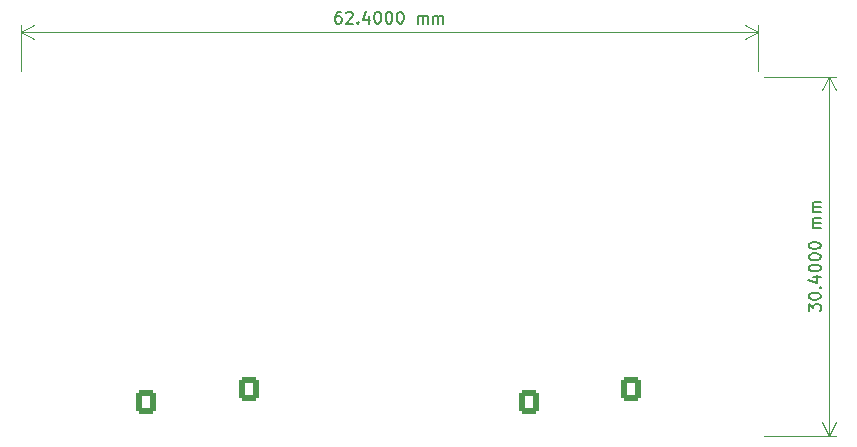
<source format=gbo>
%TF.GenerationSoftware,KiCad,Pcbnew,8.0.1*%
%TF.CreationDate,2024-04-28T18:39:05+02:00*%
%TF.ProjectId,ScaleModule,5363616c-654d-46f6-9475-6c652e6b6963,v0.1*%
%TF.SameCoordinates,Original*%
%TF.FileFunction,Legend,Bot*%
%TF.FilePolarity,Positive*%
%FSLAX46Y46*%
G04 Gerber Fmt 4.6, Leading zero omitted, Abs format (unit mm)*
G04 Created by KiCad (PCBNEW 8.0.1) date 2024-04-28 18:39:05*
%MOMM*%
%LPD*%
G01*
G04 APERTURE LIST*
G04 Aperture macros list*
%AMRoundRect*
0 Rectangle with rounded corners*
0 $1 Rounding radius*
0 $2 $3 $4 $5 $6 $7 $8 $9 X,Y pos of 4 corners*
0 Add a 4 corners polygon primitive as box body*
4,1,4,$2,$3,$4,$5,$6,$7,$8,$9,$2,$3,0*
0 Add four circle primitives for the rounded corners*
1,1,$1+$1,$2,$3*
1,1,$1+$1,$4,$5*
1,1,$1+$1,$6,$7*
1,1,$1+$1,$8,$9*
0 Add four rect primitives between the rounded corners*
20,1,$1+$1,$2,$3,$4,$5,0*
20,1,$1+$1,$4,$5,$6,$7,0*
20,1,$1+$1,$6,$7,$8,$9,0*
20,1,$1+$1,$8,$9,$2,$3,0*%
G04 Aperture macros list end*
%ADD10C,0.150000*%
%ADD11C,0.100000*%
%ADD12RoundRect,0.250000X-0.600000X-0.725000X0.600000X-0.725000X0.600000X0.725000X-0.600000X0.725000X0*%
%ADD13O,1.700000X1.950000*%
%ADD14RoundRect,0.250000X0.600000X0.725000X-0.600000X0.725000X-0.600000X-0.725000X0.600000X-0.725000X0*%
%ADD15C,3.200000*%
%ADD16C,2.083600*%
G04 APERTURE END LIST*
D10*
X175904819Y-108686665D02*
X175904819Y-108067618D01*
X175904819Y-108067618D02*
X176285771Y-108400951D01*
X176285771Y-108400951D02*
X176285771Y-108258094D01*
X176285771Y-108258094D02*
X176333390Y-108162856D01*
X176333390Y-108162856D02*
X176381009Y-108115237D01*
X176381009Y-108115237D02*
X176476247Y-108067618D01*
X176476247Y-108067618D02*
X176714342Y-108067618D01*
X176714342Y-108067618D02*
X176809580Y-108115237D01*
X176809580Y-108115237D02*
X176857200Y-108162856D01*
X176857200Y-108162856D02*
X176904819Y-108258094D01*
X176904819Y-108258094D02*
X176904819Y-108543808D01*
X176904819Y-108543808D02*
X176857200Y-108639046D01*
X176857200Y-108639046D02*
X176809580Y-108686665D01*
X175904819Y-107448570D02*
X175904819Y-107353332D01*
X175904819Y-107353332D02*
X175952438Y-107258094D01*
X175952438Y-107258094D02*
X176000057Y-107210475D01*
X176000057Y-107210475D02*
X176095295Y-107162856D01*
X176095295Y-107162856D02*
X176285771Y-107115237D01*
X176285771Y-107115237D02*
X176523866Y-107115237D01*
X176523866Y-107115237D02*
X176714342Y-107162856D01*
X176714342Y-107162856D02*
X176809580Y-107210475D01*
X176809580Y-107210475D02*
X176857200Y-107258094D01*
X176857200Y-107258094D02*
X176904819Y-107353332D01*
X176904819Y-107353332D02*
X176904819Y-107448570D01*
X176904819Y-107448570D02*
X176857200Y-107543808D01*
X176857200Y-107543808D02*
X176809580Y-107591427D01*
X176809580Y-107591427D02*
X176714342Y-107639046D01*
X176714342Y-107639046D02*
X176523866Y-107686665D01*
X176523866Y-107686665D02*
X176285771Y-107686665D01*
X176285771Y-107686665D02*
X176095295Y-107639046D01*
X176095295Y-107639046D02*
X176000057Y-107591427D01*
X176000057Y-107591427D02*
X175952438Y-107543808D01*
X175952438Y-107543808D02*
X175904819Y-107448570D01*
X176809580Y-106686665D02*
X176857200Y-106639046D01*
X176857200Y-106639046D02*
X176904819Y-106686665D01*
X176904819Y-106686665D02*
X176857200Y-106734284D01*
X176857200Y-106734284D02*
X176809580Y-106686665D01*
X176809580Y-106686665D02*
X176904819Y-106686665D01*
X176238152Y-105781904D02*
X176904819Y-105781904D01*
X175857200Y-106019999D02*
X176571485Y-106258094D01*
X176571485Y-106258094D02*
X176571485Y-105639047D01*
X175904819Y-105067618D02*
X175904819Y-104972380D01*
X175904819Y-104972380D02*
X175952438Y-104877142D01*
X175952438Y-104877142D02*
X176000057Y-104829523D01*
X176000057Y-104829523D02*
X176095295Y-104781904D01*
X176095295Y-104781904D02*
X176285771Y-104734285D01*
X176285771Y-104734285D02*
X176523866Y-104734285D01*
X176523866Y-104734285D02*
X176714342Y-104781904D01*
X176714342Y-104781904D02*
X176809580Y-104829523D01*
X176809580Y-104829523D02*
X176857200Y-104877142D01*
X176857200Y-104877142D02*
X176904819Y-104972380D01*
X176904819Y-104972380D02*
X176904819Y-105067618D01*
X176904819Y-105067618D02*
X176857200Y-105162856D01*
X176857200Y-105162856D02*
X176809580Y-105210475D01*
X176809580Y-105210475D02*
X176714342Y-105258094D01*
X176714342Y-105258094D02*
X176523866Y-105305713D01*
X176523866Y-105305713D02*
X176285771Y-105305713D01*
X176285771Y-105305713D02*
X176095295Y-105258094D01*
X176095295Y-105258094D02*
X176000057Y-105210475D01*
X176000057Y-105210475D02*
X175952438Y-105162856D01*
X175952438Y-105162856D02*
X175904819Y-105067618D01*
X175904819Y-104115237D02*
X175904819Y-104019999D01*
X175904819Y-104019999D02*
X175952438Y-103924761D01*
X175952438Y-103924761D02*
X176000057Y-103877142D01*
X176000057Y-103877142D02*
X176095295Y-103829523D01*
X176095295Y-103829523D02*
X176285771Y-103781904D01*
X176285771Y-103781904D02*
X176523866Y-103781904D01*
X176523866Y-103781904D02*
X176714342Y-103829523D01*
X176714342Y-103829523D02*
X176809580Y-103877142D01*
X176809580Y-103877142D02*
X176857200Y-103924761D01*
X176857200Y-103924761D02*
X176904819Y-104019999D01*
X176904819Y-104019999D02*
X176904819Y-104115237D01*
X176904819Y-104115237D02*
X176857200Y-104210475D01*
X176857200Y-104210475D02*
X176809580Y-104258094D01*
X176809580Y-104258094D02*
X176714342Y-104305713D01*
X176714342Y-104305713D02*
X176523866Y-104353332D01*
X176523866Y-104353332D02*
X176285771Y-104353332D01*
X176285771Y-104353332D02*
X176095295Y-104305713D01*
X176095295Y-104305713D02*
X176000057Y-104258094D01*
X176000057Y-104258094D02*
X175952438Y-104210475D01*
X175952438Y-104210475D02*
X175904819Y-104115237D01*
X175904819Y-103162856D02*
X175904819Y-103067618D01*
X175904819Y-103067618D02*
X175952438Y-102972380D01*
X175952438Y-102972380D02*
X176000057Y-102924761D01*
X176000057Y-102924761D02*
X176095295Y-102877142D01*
X176095295Y-102877142D02*
X176285771Y-102829523D01*
X176285771Y-102829523D02*
X176523866Y-102829523D01*
X176523866Y-102829523D02*
X176714342Y-102877142D01*
X176714342Y-102877142D02*
X176809580Y-102924761D01*
X176809580Y-102924761D02*
X176857200Y-102972380D01*
X176857200Y-102972380D02*
X176904819Y-103067618D01*
X176904819Y-103067618D02*
X176904819Y-103162856D01*
X176904819Y-103162856D02*
X176857200Y-103258094D01*
X176857200Y-103258094D02*
X176809580Y-103305713D01*
X176809580Y-103305713D02*
X176714342Y-103353332D01*
X176714342Y-103353332D02*
X176523866Y-103400951D01*
X176523866Y-103400951D02*
X176285771Y-103400951D01*
X176285771Y-103400951D02*
X176095295Y-103353332D01*
X176095295Y-103353332D02*
X176000057Y-103305713D01*
X176000057Y-103305713D02*
X175952438Y-103258094D01*
X175952438Y-103258094D02*
X175904819Y-103162856D01*
X176904819Y-101639046D02*
X176238152Y-101639046D01*
X176333390Y-101639046D02*
X176285771Y-101591427D01*
X176285771Y-101591427D02*
X176238152Y-101496189D01*
X176238152Y-101496189D02*
X176238152Y-101353332D01*
X176238152Y-101353332D02*
X176285771Y-101258094D01*
X176285771Y-101258094D02*
X176381009Y-101210475D01*
X176381009Y-101210475D02*
X176904819Y-101210475D01*
X176381009Y-101210475D02*
X176285771Y-101162856D01*
X176285771Y-101162856D02*
X176238152Y-101067618D01*
X176238152Y-101067618D02*
X176238152Y-100924761D01*
X176238152Y-100924761D02*
X176285771Y-100829522D01*
X176285771Y-100829522D02*
X176381009Y-100781903D01*
X176381009Y-100781903D02*
X176904819Y-100781903D01*
X176904819Y-100305713D02*
X176238152Y-100305713D01*
X176333390Y-100305713D02*
X176285771Y-100258094D01*
X176285771Y-100258094D02*
X176238152Y-100162856D01*
X176238152Y-100162856D02*
X176238152Y-100019999D01*
X176238152Y-100019999D02*
X176285771Y-99924761D01*
X176285771Y-99924761D02*
X176381009Y-99877142D01*
X176381009Y-99877142D02*
X176904819Y-99877142D01*
X176381009Y-99877142D02*
X176285771Y-99829523D01*
X176285771Y-99829523D02*
X176238152Y-99734285D01*
X176238152Y-99734285D02*
X176238152Y-99591428D01*
X176238152Y-99591428D02*
X176285771Y-99496189D01*
X176285771Y-99496189D02*
X176381009Y-99448570D01*
X176381009Y-99448570D02*
X176904819Y-99448570D01*
D11*
X172100000Y-88820000D02*
X178186420Y-88820000D01*
X172100000Y-119220000D02*
X178186420Y-119220000D01*
X177600000Y-88820000D02*
X177600000Y-119220000D01*
X177600000Y-88820000D02*
X177600000Y-119220000D01*
X177600000Y-88820000D02*
X178186421Y-89946504D01*
X177600000Y-88820000D02*
X177013579Y-89946504D01*
X177600000Y-119220000D02*
X177013579Y-118093496D01*
X177600000Y-119220000D02*
X178186421Y-118093496D01*
D10*
X136257143Y-83324820D02*
X136066667Y-83324820D01*
X136066667Y-83324820D02*
X135971429Y-83372439D01*
X135971429Y-83372439D02*
X135923810Y-83420058D01*
X135923810Y-83420058D02*
X135828572Y-83562915D01*
X135828572Y-83562915D02*
X135780953Y-83753391D01*
X135780953Y-83753391D02*
X135780953Y-84134343D01*
X135780953Y-84134343D02*
X135828572Y-84229581D01*
X135828572Y-84229581D02*
X135876191Y-84277201D01*
X135876191Y-84277201D02*
X135971429Y-84324820D01*
X135971429Y-84324820D02*
X136161905Y-84324820D01*
X136161905Y-84324820D02*
X136257143Y-84277201D01*
X136257143Y-84277201D02*
X136304762Y-84229581D01*
X136304762Y-84229581D02*
X136352381Y-84134343D01*
X136352381Y-84134343D02*
X136352381Y-83896248D01*
X136352381Y-83896248D02*
X136304762Y-83801010D01*
X136304762Y-83801010D02*
X136257143Y-83753391D01*
X136257143Y-83753391D02*
X136161905Y-83705772D01*
X136161905Y-83705772D02*
X135971429Y-83705772D01*
X135971429Y-83705772D02*
X135876191Y-83753391D01*
X135876191Y-83753391D02*
X135828572Y-83801010D01*
X135828572Y-83801010D02*
X135780953Y-83896248D01*
X136733334Y-83420058D02*
X136780953Y-83372439D01*
X136780953Y-83372439D02*
X136876191Y-83324820D01*
X136876191Y-83324820D02*
X137114286Y-83324820D01*
X137114286Y-83324820D02*
X137209524Y-83372439D01*
X137209524Y-83372439D02*
X137257143Y-83420058D01*
X137257143Y-83420058D02*
X137304762Y-83515296D01*
X137304762Y-83515296D02*
X137304762Y-83610534D01*
X137304762Y-83610534D02*
X137257143Y-83753391D01*
X137257143Y-83753391D02*
X136685715Y-84324820D01*
X136685715Y-84324820D02*
X137304762Y-84324820D01*
X137733334Y-84229581D02*
X137780953Y-84277201D01*
X137780953Y-84277201D02*
X137733334Y-84324820D01*
X137733334Y-84324820D02*
X137685715Y-84277201D01*
X137685715Y-84277201D02*
X137733334Y-84229581D01*
X137733334Y-84229581D02*
X137733334Y-84324820D01*
X138638095Y-83658153D02*
X138638095Y-84324820D01*
X138400000Y-83277201D02*
X138161905Y-83991486D01*
X138161905Y-83991486D02*
X138780952Y-83991486D01*
X139352381Y-83324820D02*
X139447619Y-83324820D01*
X139447619Y-83324820D02*
X139542857Y-83372439D01*
X139542857Y-83372439D02*
X139590476Y-83420058D01*
X139590476Y-83420058D02*
X139638095Y-83515296D01*
X139638095Y-83515296D02*
X139685714Y-83705772D01*
X139685714Y-83705772D02*
X139685714Y-83943867D01*
X139685714Y-83943867D02*
X139638095Y-84134343D01*
X139638095Y-84134343D02*
X139590476Y-84229581D01*
X139590476Y-84229581D02*
X139542857Y-84277201D01*
X139542857Y-84277201D02*
X139447619Y-84324820D01*
X139447619Y-84324820D02*
X139352381Y-84324820D01*
X139352381Y-84324820D02*
X139257143Y-84277201D01*
X139257143Y-84277201D02*
X139209524Y-84229581D01*
X139209524Y-84229581D02*
X139161905Y-84134343D01*
X139161905Y-84134343D02*
X139114286Y-83943867D01*
X139114286Y-83943867D02*
X139114286Y-83705772D01*
X139114286Y-83705772D02*
X139161905Y-83515296D01*
X139161905Y-83515296D02*
X139209524Y-83420058D01*
X139209524Y-83420058D02*
X139257143Y-83372439D01*
X139257143Y-83372439D02*
X139352381Y-83324820D01*
X140304762Y-83324820D02*
X140400000Y-83324820D01*
X140400000Y-83324820D02*
X140495238Y-83372439D01*
X140495238Y-83372439D02*
X140542857Y-83420058D01*
X140542857Y-83420058D02*
X140590476Y-83515296D01*
X140590476Y-83515296D02*
X140638095Y-83705772D01*
X140638095Y-83705772D02*
X140638095Y-83943867D01*
X140638095Y-83943867D02*
X140590476Y-84134343D01*
X140590476Y-84134343D02*
X140542857Y-84229581D01*
X140542857Y-84229581D02*
X140495238Y-84277201D01*
X140495238Y-84277201D02*
X140400000Y-84324820D01*
X140400000Y-84324820D02*
X140304762Y-84324820D01*
X140304762Y-84324820D02*
X140209524Y-84277201D01*
X140209524Y-84277201D02*
X140161905Y-84229581D01*
X140161905Y-84229581D02*
X140114286Y-84134343D01*
X140114286Y-84134343D02*
X140066667Y-83943867D01*
X140066667Y-83943867D02*
X140066667Y-83705772D01*
X140066667Y-83705772D02*
X140114286Y-83515296D01*
X140114286Y-83515296D02*
X140161905Y-83420058D01*
X140161905Y-83420058D02*
X140209524Y-83372439D01*
X140209524Y-83372439D02*
X140304762Y-83324820D01*
X141257143Y-83324820D02*
X141352381Y-83324820D01*
X141352381Y-83324820D02*
X141447619Y-83372439D01*
X141447619Y-83372439D02*
X141495238Y-83420058D01*
X141495238Y-83420058D02*
X141542857Y-83515296D01*
X141542857Y-83515296D02*
X141590476Y-83705772D01*
X141590476Y-83705772D02*
X141590476Y-83943867D01*
X141590476Y-83943867D02*
X141542857Y-84134343D01*
X141542857Y-84134343D02*
X141495238Y-84229581D01*
X141495238Y-84229581D02*
X141447619Y-84277201D01*
X141447619Y-84277201D02*
X141352381Y-84324820D01*
X141352381Y-84324820D02*
X141257143Y-84324820D01*
X141257143Y-84324820D02*
X141161905Y-84277201D01*
X141161905Y-84277201D02*
X141114286Y-84229581D01*
X141114286Y-84229581D02*
X141066667Y-84134343D01*
X141066667Y-84134343D02*
X141019048Y-83943867D01*
X141019048Y-83943867D02*
X141019048Y-83705772D01*
X141019048Y-83705772D02*
X141066667Y-83515296D01*
X141066667Y-83515296D02*
X141114286Y-83420058D01*
X141114286Y-83420058D02*
X141161905Y-83372439D01*
X141161905Y-83372439D02*
X141257143Y-83324820D01*
X142780953Y-84324820D02*
X142780953Y-83658153D01*
X142780953Y-83753391D02*
X142828572Y-83705772D01*
X142828572Y-83705772D02*
X142923810Y-83658153D01*
X142923810Y-83658153D02*
X143066667Y-83658153D01*
X143066667Y-83658153D02*
X143161905Y-83705772D01*
X143161905Y-83705772D02*
X143209524Y-83801010D01*
X143209524Y-83801010D02*
X143209524Y-84324820D01*
X143209524Y-83801010D02*
X143257143Y-83705772D01*
X143257143Y-83705772D02*
X143352381Y-83658153D01*
X143352381Y-83658153D02*
X143495238Y-83658153D01*
X143495238Y-83658153D02*
X143590477Y-83705772D01*
X143590477Y-83705772D02*
X143638096Y-83801010D01*
X143638096Y-83801010D02*
X143638096Y-84324820D01*
X144114286Y-84324820D02*
X144114286Y-83658153D01*
X144114286Y-83753391D02*
X144161905Y-83705772D01*
X144161905Y-83705772D02*
X144257143Y-83658153D01*
X144257143Y-83658153D02*
X144400000Y-83658153D01*
X144400000Y-83658153D02*
X144495238Y-83705772D01*
X144495238Y-83705772D02*
X144542857Y-83801010D01*
X144542857Y-83801010D02*
X144542857Y-84324820D01*
X144542857Y-83801010D02*
X144590476Y-83705772D01*
X144590476Y-83705772D02*
X144685714Y-83658153D01*
X144685714Y-83658153D02*
X144828571Y-83658153D01*
X144828571Y-83658153D02*
X144923810Y-83705772D01*
X144923810Y-83705772D02*
X144971429Y-83801010D01*
X144971429Y-83801010D02*
X144971429Y-84324820D01*
D11*
X171600000Y-88320000D02*
X171600000Y-84433581D01*
X109200000Y-88320000D02*
X109200000Y-84433581D01*
X171600000Y-85020001D02*
X109200000Y-85020001D01*
X171600000Y-85020001D02*
X109200000Y-85020001D01*
X171600000Y-85020001D02*
X170473496Y-85606422D01*
X171600000Y-85020001D02*
X170473496Y-84433580D01*
X109200000Y-85020001D02*
X110326504Y-84433580D01*
X109200000Y-85020001D02*
X110326504Y-85606422D01*
%LPC*%
D12*
%TO.C,J2_2*%
X160850000Y-115295000D03*
D13*
X163350000Y-115295000D03*
X165850000Y-115295000D03*
X168350000Y-115295000D03*
%TD*%
D14*
%TO.C,J2_1*%
X152200000Y-116345000D03*
D13*
X149700000Y-116345000D03*
X147200000Y-116345000D03*
X144700000Y-116345000D03*
%TD*%
D12*
%TO.C,J1_2*%
X128500000Y-115295000D03*
D13*
X131000000Y-115295000D03*
X133500000Y-115295000D03*
X136000000Y-115295000D03*
%TD*%
D14*
%TO.C,J1_1*%
X119750000Y-116345000D03*
D13*
X117250000Y-116345000D03*
X114750000Y-116345000D03*
X112250000Y-116345000D03*
%TD*%
D15*
%TO.C,MountingHole1*%
X124780000Y-100600000D03*
%TD*%
D16*
%TO.C,U1*%
X110810000Y-95520000D03*
X110810000Y-98060000D03*
X110810000Y-100600000D03*
X110810000Y-103140000D03*
X110810000Y-105680000D03*
X138750000Y-105680000D03*
X138750000Y-103140000D03*
X138750000Y-100600000D03*
X138750000Y-98060000D03*
X138750000Y-95520000D03*
X131130000Y-103140000D03*
X131130000Y-105680000D03*
%TD*%
D15*
%TO.C,MountingHole2*%
X155970000Y-100600000D03*
%TD*%
D16*
%TO.C,U2*%
X142000000Y-95520000D03*
X142000000Y-98060000D03*
X142000000Y-100600000D03*
X142000000Y-103140000D03*
X142000000Y-105680000D03*
X169940000Y-105680000D03*
X169940000Y-103140000D03*
X169940000Y-100600000D03*
X169940000Y-98060000D03*
X169940000Y-95520000D03*
X162320000Y-103140000D03*
X162320000Y-105680000D03*
%TD*%
%LPD*%
M02*

</source>
